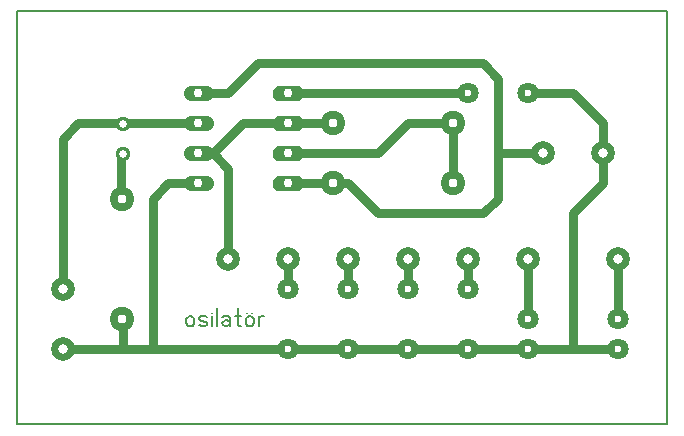
<source format=gbr>
%FSLAX32Y32*%
%MOMM*%
%LNCOPPER2*%
G71*
G01*
%ADD10C, 0.20*%
%ADD11C, 1.30*%
%ADD12C, 1.28*%
%ADD13C, 2.06*%
%ADD14C, 0.80*%
%ADD15C, 2.00*%
%ADD16C, 1.80*%
%ADD17C, 0.19*%
%ADD18C, 0.75*%
%ADD19C, 0.66*%
%ADD20C, 0.79*%
%ADD21C, 0.60*%
%LPD*%
G54D10*
X5500Y3500D02*
X0Y3500D01*
X0Y0D01*
X5500Y0D01*
X5500Y3500D01*
G36*
X2385Y1974D02*
X2423Y2012D01*
X2423Y2066D01*
X2385Y2104D01*
X2201Y2104D01*
X2163Y2066D01*
X2163Y2012D01*
X2201Y1974D01*
X2385Y1974D01*
G37*
G36*
X2385Y2228D02*
X2423Y2266D01*
X2423Y2320D01*
X2385Y2358D01*
X2201Y2358D01*
X2163Y2320D01*
X2163Y2266D01*
X2201Y2228D01*
X2385Y2228D01*
G37*
G36*
X2385Y2482D02*
X2423Y2520D01*
X2423Y2574D01*
X2385Y2612D01*
X2201Y2612D01*
X2163Y2574D01*
X2163Y2520D01*
X2201Y2482D01*
X2385Y2482D01*
G37*
G36*
X2385Y2736D02*
X2423Y2774D01*
X2423Y2828D01*
X2385Y2866D01*
X2201Y2866D01*
X2163Y2828D01*
X2163Y2774D01*
X2201Y2736D01*
X2385Y2736D01*
G37*
G54D11*
X1596Y2040D02*
X1466Y2040D01*
G54D11*
X1596Y2294D02*
X1466Y2294D01*
G54D11*
X1596Y2548D02*
X1466Y2548D01*
G54D11*
X1596Y2802D02*
X1466Y2802D01*
X890Y2544D02*
G54D12*
D03*
X890Y2289D02*
G54D12*
D03*
X882Y1910D02*
G54D13*
D03*
X882Y894D02*
G54D13*
D03*
G54D14*
X1531Y2548D02*
X896Y2548D01*
G54D14*
X880Y2278D02*
X880Y1897D01*
G54D14*
X896Y2548D02*
X515Y2548D01*
X388Y2420D01*
X388Y1150D01*
X388Y1150D02*
G54D15*
D03*
X388Y642D02*
G54D15*
D03*
G54D14*
X388Y642D02*
X5087Y642D01*
X1785Y1404D02*
G54D15*
D03*
G54D14*
X896Y896D02*
X896Y642D01*
X2293Y1150D02*
G54D16*
D03*
X2293Y642D02*
G54D16*
D03*
X2801Y1150D02*
G54D16*
D03*
X2801Y642D02*
G54D16*
D03*
X3309Y1150D02*
G54D16*
D03*
X3309Y642D02*
G54D16*
D03*
X3817Y1150D02*
G54D16*
D03*
X3817Y642D02*
G54D16*
D03*
X4325Y642D02*
G54D16*
D03*
X4325Y896D02*
G54D16*
D03*
X5087Y642D02*
G54D16*
D03*
X5087Y896D02*
G54D16*
D03*
X2293Y1404D02*
G54D15*
D03*
X2801Y1404D02*
G54D15*
D03*
X3309Y1404D02*
G54D15*
D03*
X3817Y1404D02*
G54D15*
D03*
X4325Y1404D02*
G54D15*
D03*
X5087Y1404D02*
G54D15*
D03*
G54D14*
X4325Y1404D02*
X4325Y896D01*
G54D14*
X5087Y1404D02*
X5087Y896D01*
G54D14*
X3817Y1404D02*
X3817Y1150D01*
G54D14*
X3309Y1404D02*
X3309Y1150D01*
G54D14*
X2801Y1404D02*
X2801Y1150D01*
G54D14*
X2293Y1404D02*
X2293Y1150D01*
G54D14*
X1531Y2294D02*
X1658Y2294D01*
X1912Y2548D01*
X2293Y2548D01*
G54D14*
X2293Y2548D02*
X2674Y2548D01*
G54D14*
X3690Y2548D02*
X3309Y2548D01*
X3055Y2294D01*
X2293Y2294D01*
X2674Y2040D02*
G54D13*
D03*
X3690Y2040D02*
G54D13*
D03*
X2674Y2548D02*
G54D13*
D03*
X3690Y2548D02*
G54D13*
D03*
G54D14*
X3690Y2548D02*
X3690Y2040D01*
G54D14*
X1531Y2040D02*
X1277Y2040D01*
X1150Y1912D01*
X1150Y642D01*
G54D14*
X2674Y2040D02*
X2801Y2040D01*
X3055Y1786D01*
X3944Y1786D01*
X4071Y1912D01*
X4071Y2928D01*
X3944Y3056D01*
X2039Y3056D01*
X1785Y2802D01*
X1531Y2802D01*
X4325Y2802D02*
G54D16*
D03*
X3817Y2802D02*
G54D16*
D03*
G54D14*
X3817Y2802D02*
X2293Y2802D01*
G54D14*
X2293Y2040D02*
X2674Y2040D01*
G54D14*
X1658Y2294D02*
X1785Y2166D01*
X1785Y1404D01*
X4452Y2294D02*
G54D15*
D03*
X4960Y2294D02*
G54D15*
D03*
G54D14*
X4452Y2294D02*
X4071Y2294D01*
G54D14*
X4325Y2802D02*
X4706Y2802D01*
X4960Y2548D01*
X4960Y2294D01*
X4960Y2040D01*
X4706Y1786D01*
X4706Y642D01*
G54D17*
X1498Y855D02*
X1498Y893D01*
X1487Y912D01*
X1464Y917D01*
X1442Y912D01*
X1430Y893D01*
X1430Y855D01*
X1442Y836D01*
X1464Y832D01*
X1487Y836D01*
X1498Y855D01*
G54D17*
X1540Y842D02*
X1563Y832D01*
X1586Y832D01*
X1608Y842D01*
X1608Y861D01*
X1597Y870D01*
X1552Y879D01*
X1540Y889D01*
X1540Y908D01*
X1563Y917D01*
X1586Y917D01*
X1608Y908D01*
G54D17*
X1650Y832D02*
X1650Y917D01*
G54D17*
X1650Y946D02*
X1650Y946D01*
G54D17*
X1692Y832D02*
X1692Y983D01*
G54D17*
X1734Y908D02*
X1757Y917D01*
X1784Y917D01*
X1802Y898D01*
X1802Y832D01*
G54D17*
X1802Y861D02*
X1791Y879D01*
X1768Y883D01*
X1746Y879D01*
X1734Y861D01*
X1739Y842D01*
X1757Y832D01*
X1768Y832D01*
X1773Y832D01*
X1791Y842D01*
X1802Y861D01*
G54D17*
X1867Y983D02*
X1867Y842D01*
X1878Y832D01*
X1890Y836D01*
G54D17*
X1844Y917D02*
X1890Y917D01*
G54D17*
X1943Y946D02*
X1943Y946D01*
G54D17*
X1988Y946D02*
X1988Y946D01*
G54D17*
X2000Y855D02*
X2000Y893D01*
X1988Y912D01*
X1966Y917D01*
X1943Y912D01*
X1932Y893D01*
X1932Y855D01*
X1943Y836D01*
X1966Y832D01*
X1988Y836D01*
X2000Y855D01*
G54D17*
X2042Y832D02*
X2042Y917D01*
G54D17*
X2042Y898D02*
X2064Y917D01*
X2087Y917D01*
%LNAUGENFREISTANZEN*%
%LPC*%
X2293Y2040D02*
G54D18*
D03*
X2293Y2294D02*
G54D18*
D03*
X2293Y2548D02*
G54D18*
D03*
X2293Y2802D02*
G54D18*
D03*
X1531Y2040D02*
G54D18*
D03*
X1531Y2294D02*
G54D18*
D03*
X1531Y2548D02*
G54D18*
D03*
X1531Y2802D02*
G54D18*
D03*
X890Y2544D02*
G54D19*
D03*
X890Y2289D02*
G54D19*
D03*
X882Y1910D02*
G54D20*
D03*
X882Y894D02*
G54D20*
D03*
X388Y1150D02*
G54D14*
D03*
X388Y642D02*
G54D14*
D03*
X1785Y1404D02*
G54D14*
D03*
X2293Y1150D02*
G54D21*
D03*
X2293Y642D02*
G54D21*
D03*
X2801Y1150D02*
G54D21*
D03*
X2801Y642D02*
G54D21*
D03*
X3309Y1150D02*
G54D21*
D03*
X3309Y642D02*
G54D21*
D03*
X3817Y1150D02*
G54D21*
D03*
X3817Y642D02*
G54D21*
D03*
X4325Y642D02*
G54D21*
D03*
X4325Y896D02*
G54D21*
D03*
X5087Y642D02*
G54D21*
D03*
X5087Y896D02*
G54D21*
D03*
X2293Y1404D02*
G54D14*
D03*
X2801Y1404D02*
G54D14*
D03*
X3309Y1404D02*
G54D14*
D03*
X3817Y1404D02*
G54D14*
D03*
X4325Y1404D02*
G54D14*
D03*
X5087Y1404D02*
G54D14*
D03*
X2674Y2040D02*
G54D20*
D03*
X3690Y2040D02*
G54D20*
D03*
X2674Y2548D02*
G54D20*
D03*
X3690Y2548D02*
G54D20*
D03*
X4325Y2802D02*
G54D21*
D03*
X3817Y2802D02*
G54D21*
D03*
X4452Y2294D02*
G54D14*
D03*
X4960Y2294D02*
G54D14*
D03*
M02*

</source>
